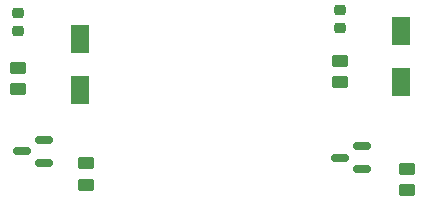
<source format=gbr>
%TF.GenerationSoftware,KiCad,Pcbnew,7.0.2*%
%TF.CreationDate,2023-08-09T10:06:03-03:00*%
%TF.ProjectId,PCB_Incendio,5043425f-496e-4636-956e-64696f2e6b69,rev?*%
%TF.SameCoordinates,Original*%
%TF.FileFunction,Paste,Top*%
%TF.FilePolarity,Positive*%
%FSLAX46Y46*%
G04 Gerber Fmt 4.6, Leading zero omitted, Abs format (unit mm)*
G04 Created by KiCad (PCBNEW 7.0.2) date 2023-08-09 10:06:03*
%MOMM*%
%LPD*%
G01*
G04 APERTURE LIST*
G04 Aperture macros list*
%AMRoundRect*
0 Rectangle with rounded corners*
0 $1 Rounding radius*
0 $2 $3 $4 $5 $6 $7 $8 $9 X,Y pos of 4 corners*
0 Add a 4 corners polygon primitive as box body*
4,1,4,$2,$3,$4,$5,$6,$7,$8,$9,$2,$3,0*
0 Add four circle primitives for the rounded corners*
1,1,$1+$1,$2,$3*
1,1,$1+$1,$4,$5*
1,1,$1+$1,$6,$7*
1,1,$1+$1,$8,$9*
0 Add four rect primitives between the rounded corners*
20,1,$1+$1,$2,$3,$4,$5,0*
20,1,$1+$1,$4,$5,$6,$7,0*
20,1,$1+$1,$6,$7,$8,$9,0*
20,1,$1+$1,$8,$9,$2,$3,0*%
G04 Aperture macros list end*
%ADD10RoundRect,0.150000X0.587500X0.150000X-0.587500X0.150000X-0.587500X-0.150000X0.587500X-0.150000X0*%
%ADD11R,1.550000X2.350000*%
%ADD12RoundRect,0.250000X0.450000X-0.262500X0.450000X0.262500X-0.450000X0.262500X-0.450000X-0.262500X0*%
%ADD13RoundRect,0.218750X-0.256250X0.218750X-0.256250X-0.218750X0.256250X-0.218750X0.256250X0.218750X0*%
G04 APERTURE END LIST*
D10*
%TO.C,Q1*%
X203465000Y-74910000D03*
X203465000Y-73010000D03*
X201590000Y-73960000D03*
%TD*%
%TO.C,Q2*%
X176537500Y-74400000D03*
X176537500Y-72500000D03*
X174662500Y-73450000D03*
%TD*%
D11*
%TO.C,D2*%
X179560000Y-68240000D03*
X179560000Y-63940000D03*
%TD*%
D12*
%TO.C,R4*%
X180070000Y-76265000D03*
X180070000Y-74440000D03*
%TD*%
D11*
%TO.C,D1*%
X206740000Y-67560000D03*
X206740000Y-63260000D03*
%TD*%
D12*
%TO.C,R3*%
X174340000Y-68172500D03*
X174340000Y-66347500D03*
%TD*%
%TO.C,R1*%
X207230000Y-76722500D03*
X207230000Y-74897500D03*
%TD*%
D13*
%TO.C,LED1*%
X201530000Y-61442500D03*
X201530000Y-63017500D03*
%TD*%
D12*
%TO.C,R2*%
X201530000Y-67582500D03*
X201530000Y-65757500D03*
%TD*%
D13*
%TO.C,LED2*%
X174330000Y-61692500D03*
X174330000Y-63267500D03*
%TD*%
M02*

</source>
